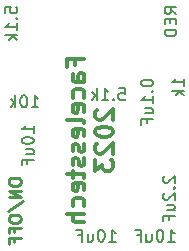
<source format=gbr>
%TF.GenerationSoftware,KiCad,Pcbnew,7.0.7*%
%TF.CreationDate,2023-09-27T10:33:14+01:00*%
%TF.ProjectId,tp4650+10a45,74703436-3530-42b3-9130-6134352e6b69,rev?*%
%TF.SameCoordinates,Original*%
%TF.FileFunction,Legend,Bot*%
%TF.FilePolarity,Positive*%
%FSLAX46Y46*%
G04 Gerber Fmt 4.6, Leading zero omitted, Abs format (unit mm)*
G04 Created by KiCad (PCBNEW 7.0.7) date 2023-09-27 10:33:14*
%MOMM*%
%LPD*%
G01*
G04 APERTURE LIST*
%ADD10C,0.300000*%
%ADD11C,0.250000*%
%ADD12C,0.150000*%
G04 APERTURE END LIST*
D10*
X136607114Y-80322743D02*
X136607114Y-79822743D01*
X137392828Y-79822743D02*
X135892828Y-79822743D01*
X135892828Y-79822743D02*
X135892828Y-80537029D01*
X137392828Y-81751315D02*
X136607114Y-81751315D01*
X136607114Y-81751315D02*
X136464257Y-81679886D01*
X136464257Y-81679886D02*
X136392828Y-81537029D01*
X136392828Y-81537029D02*
X136392828Y-81251315D01*
X136392828Y-81251315D02*
X136464257Y-81108457D01*
X137321400Y-81751315D02*
X137392828Y-81608457D01*
X137392828Y-81608457D02*
X137392828Y-81251315D01*
X137392828Y-81251315D02*
X137321400Y-81108457D01*
X137321400Y-81108457D02*
X137178542Y-81037029D01*
X137178542Y-81037029D02*
X137035685Y-81037029D01*
X137035685Y-81037029D02*
X136892828Y-81108457D01*
X136892828Y-81108457D02*
X136821400Y-81251315D01*
X136821400Y-81251315D02*
X136821400Y-81608457D01*
X136821400Y-81608457D02*
X136749971Y-81751315D01*
X137321400Y-83108458D02*
X137392828Y-82965600D01*
X137392828Y-82965600D02*
X137392828Y-82679886D01*
X137392828Y-82679886D02*
X137321400Y-82537029D01*
X137321400Y-82537029D02*
X137249971Y-82465600D01*
X137249971Y-82465600D02*
X137107114Y-82394172D01*
X137107114Y-82394172D02*
X136678542Y-82394172D01*
X136678542Y-82394172D02*
X136535685Y-82465600D01*
X136535685Y-82465600D02*
X136464257Y-82537029D01*
X136464257Y-82537029D02*
X136392828Y-82679886D01*
X136392828Y-82679886D02*
X136392828Y-82965600D01*
X136392828Y-82965600D02*
X136464257Y-83108458D01*
X137321400Y-84322743D02*
X137392828Y-84179886D01*
X137392828Y-84179886D02*
X137392828Y-83894172D01*
X137392828Y-83894172D02*
X137321400Y-83751314D01*
X137321400Y-83751314D02*
X137178542Y-83679886D01*
X137178542Y-83679886D02*
X136607114Y-83679886D01*
X136607114Y-83679886D02*
X136464257Y-83751314D01*
X136464257Y-83751314D02*
X136392828Y-83894172D01*
X136392828Y-83894172D02*
X136392828Y-84179886D01*
X136392828Y-84179886D02*
X136464257Y-84322743D01*
X136464257Y-84322743D02*
X136607114Y-84394172D01*
X136607114Y-84394172D02*
X136749971Y-84394172D01*
X136749971Y-84394172D02*
X136892828Y-83679886D01*
X137392828Y-85251314D02*
X137321400Y-85108457D01*
X137321400Y-85108457D02*
X137178542Y-85037028D01*
X137178542Y-85037028D02*
X135892828Y-85037028D01*
X137321400Y-86394171D02*
X137392828Y-86251314D01*
X137392828Y-86251314D02*
X137392828Y-85965600D01*
X137392828Y-85965600D02*
X137321400Y-85822742D01*
X137321400Y-85822742D02*
X137178542Y-85751314D01*
X137178542Y-85751314D02*
X136607114Y-85751314D01*
X136607114Y-85751314D02*
X136464257Y-85822742D01*
X136464257Y-85822742D02*
X136392828Y-85965600D01*
X136392828Y-85965600D02*
X136392828Y-86251314D01*
X136392828Y-86251314D02*
X136464257Y-86394171D01*
X136464257Y-86394171D02*
X136607114Y-86465600D01*
X136607114Y-86465600D02*
X136749971Y-86465600D01*
X136749971Y-86465600D02*
X136892828Y-85751314D01*
X137321400Y-87037028D02*
X137392828Y-87179885D01*
X137392828Y-87179885D02*
X137392828Y-87465599D01*
X137392828Y-87465599D02*
X137321400Y-87608456D01*
X137321400Y-87608456D02*
X137178542Y-87679885D01*
X137178542Y-87679885D02*
X137107114Y-87679885D01*
X137107114Y-87679885D02*
X136964257Y-87608456D01*
X136964257Y-87608456D02*
X136892828Y-87465599D01*
X136892828Y-87465599D02*
X136892828Y-87251314D01*
X136892828Y-87251314D02*
X136821400Y-87108456D01*
X136821400Y-87108456D02*
X136678542Y-87037028D01*
X136678542Y-87037028D02*
X136607114Y-87037028D01*
X136607114Y-87037028D02*
X136464257Y-87108456D01*
X136464257Y-87108456D02*
X136392828Y-87251314D01*
X136392828Y-87251314D02*
X136392828Y-87465599D01*
X136392828Y-87465599D02*
X136464257Y-87608456D01*
X137321400Y-88251314D02*
X137392828Y-88394171D01*
X137392828Y-88394171D02*
X137392828Y-88679885D01*
X137392828Y-88679885D02*
X137321400Y-88822742D01*
X137321400Y-88822742D02*
X137178542Y-88894171D01*
X137178542Y-88894171D02*
X137107114Y-88894171D01*
X137107114Y-88894171D02*
X136964257Y-88822742D01*
X136964257Y-88822742D02*
X136892828Y-88679885D01*
X136892828Y-88679885D02*
X136892828Y-88465600D01*
X136892828Y-88465600D02*
X136821400Y-88322742D01*
X136821400Y-88322742D02*
X136678542Y-88251314D01*
X136678542Y-88251314D02*
X136607114Y-88251314D01*
X136607114Y-88251314D02*
X136464257Y-88322742D01*
X136464257Y-88322742D02*
X136392828Y-88465600D01*
X136392828Y-88465600D02*
X136392828Y-88679885D01*
X136392828Y-88679885D02*
X136464257Y-88822742D01*
X136392828Y-89322743D02*
X136392828Y-89894171D01*
X135892828Y-89537028D02*
X137178542Y-89537028D01*
X137178542Y-89537028D02*
X137321400Y-89608457D01*
X137321400Y-89608457D02*
X137392828Y-89751314D01*
X137392828Y-89751314D02*
X137392828Y-89894171D01*
X137321400Y-90965600D02*
X137392828Y-90822743D01*
X137392828Y-90822743D02*
X137392828Y-90537029D01*
X137392828Y-90537029D02*
X137321400Y-90394171D01*
X137321400Y-90394171D02*
X137178542Y-90322743D01*
X137178542Y-90322743D02*
X136607114Y-90322743D01*
X136607114Y-90322743D02*
X136464257Y-90394171D01*
X136464257Y-90394171D02*
X136392828Y-90537029D01*
X136392828Y-90537029D02*
X136392828Y-90822743D01*
X136392828Y-90822743D02*
X136464257Y-90965600D01*
X136464257Y-90965600D02*
X136607114Y-91037029D01*
X136607114Y-91037029D02*
X136749971Y-91037029D01*
X136749971Y-91037029D02*
X136892828Y-90322743D01*
X137321400Y-92322743D02*
X137392828Y-92179885D01*
X137392828Y-92179885D02*
X137392828Y-91894171D01*
X137392828Y-91894171D02*
X137321400Y-91751314D01*
X137321400Y-91751314D02*
X137249971Y-91679885D01*
X137249971Y-91679885D02*
X137107114Y-91608457D01*
X137107114Y-91608457D02*
X136678542Y-91608457D01*
X136678542Y-91608457D02*
X136535685Y-91679885D01*
X136535685Y-91679885D02*
X136464257Y-91751314D01*
X136464257Y-91751314D02*
X136392828Y-91894171D01*
X136392828Y-91894171D02*
X136392828Y-92179885D01*
X136392828Y-92179885D02*
X136464257Y-92322743D01*
X137392828Y-92965599D02*
X135892828Y-92965599D01*
X137392828Y-93608457D02*
X136607114Y-93608457D01*
X136607114Y-93608457D02*
X136464257Y-93537028D01*
X136464257Y-93537028D02*
X136392828Y-93394171D01*
X136392828Y-93394171D02*
X136392828Y-93179885D01*
X136392828Y-93179885D02*
X136464257Y-93037028D01*
X136464257Y-93037028D02*
X136535685Y-92965599D01*
X138450685Y-84144172D02*
X138379257Y-84215600D01*
X138379257Y-84215600D02*
X138307828Y-84358458D01*
X138307828Y-84358458D02*
X138307828Y-84715600D01*
X138307828Y-84715600D02*
X138379257Y-84858458D01*
X138379257Y-84858458D02*
X138450685Y-84929886D01*
X138450685Y-84929886D02*
X138593542Y-85001315D01*
X138593542Y-85001315D02*
X138736400Y-85001315D01*
X138736400Y-85001315D02*
X138950685Y-84929886D01*
X138950685Y-84929886D02*
X139807828Y-84072743D01*
X139807828Y-84072743D02*
X139807828Y-85001315D01*
X138307828Y-85929886D02*
X138307828Y-86072743D01*
X138307828Y-86072743D02*
X138379257Y-86215600D01*
X138379257Y-86215600D02*
X138450685Y-86287029D01*
X138450685Y-86287029D02*
X138593542Y-86358457D01*
X138593542Y-86358457D02*
X138879257Y-86429886D01*
X138879257Y-86429886D02*
X139236400Y-86429886D01*
X139236400Y-86429886D02*
X139522114Y-86358457D01*
X139522114Y-86358457D02*
X139664971Y-86287029D01*
X139664971Y-86287029D02*
X139736400Y-86215600D01*
X139736400Y-86215600D02*
X139807828Y-86072743D01*
X139807828Y-86072743D02*
X139807828Y-85929886D01*
X139807828Y-85929886D02*
X139736400Y-85787029D01*
X139736400Y-85787029D02*
X139664971Y-85715600D01*
X139664971Y-85715600D02*
X139522114Y-85644171D01*
X139522114Y-85644171D02*
X139236400Y-85572743D01*
X139236400Y-85572743D02*
X138879257Y-85572743D01*
X138879257Y-85572743D02*
X138593542Y-85644171D01*
X138593542Y-85644171D02*
X138450685Y-85715600D01*
X138450685Y-85715600D02*
X138379257Y-85787029D01*
X138379257Y-85787029D02*
X138307828Y-85929886D01*
X138450685Y-87001314D02*
X138379257Y-87072742D01*
X138379257Y-87072742D02*
X138307828Y-87215600D01*
X138307828Y-87215600D02*
X138307828Y-87572742D01*
X138307828Y-87572742D02*
X138379257Y-87715600D01*
X138379257Y-87715600D02*
X138450685Y-87787028D01*
X138450685Y-87787028D02*
X138593542Y-87858457D01*
X138593542Y-87858457D02*
X138736400Y-87858457D01*
X138736400Y-87858457D02*
X138950685Y-87787028D01*
X138950685Y-87787028D02*
X139807828Y-86929885D01*
X139807828Y-86929885D02*
X139807828Y-87858457D01*
X138307828Y-88358456D02*
X138307828Y-89287028D01*
X138307828Y-89287028D02*
X138879257Y-88787028D01*
X138879257Y-88787028D02*
X138879257Y-89001313D01*
X138879257Y-89001313D02*
X138950685Y-89144171D01*
X138950685Y-89144171D02*
X139022114Y-89215599D01*
X139022114Y-89215599D02*
X139164971Y-89287028D01*
X139164971Y-89287028D02*
X139522114Y-89287028D01*
X139522114Y-89287028D02*
X139664971Y-89215599D01*
X139664971Y-89215599D02*
X139736400Y-89144171D01*
X139736400Y-89144171D02*
X139807828Y-89001313D01*
X139807828Y-89001313D02*
X139807828Y-88572742D01*
X139807828Y-88572742D02*
X139736400Y-88429885D01*
X139736400Y-88429885D02*
X139664971Y-88358456D01*
D11*
X130995419Y-90128044D02*
X130995419Y-90318520D01*
X130995419Y-90318520D02*
X131043038Y-90413758D01*
X131043038Y-90413758D02*
X131138276Y-90508996D01*
X131138276Y-90508996D02*
X131328752Y-90556615D01*
X131328752Y-90556615D02*
X131662085Y-90556615D01*
X131662085Y-90556615D02*
X131852561Y-90508996D01*
X131852561Y-90508996D02*
X131947800Y-90413758D01*
X131947800Y-90413758D02*
X131995419Y-90318520D01*
X131995419Y-90318520D02*
X131995419Y-90128044D01*
X131995419Y-90128044D02*
X131947800Y-90032806D01*
X131947800Y-90032806D02*
X131852561Y-89937568D01*
X131852561Y-89937568D02*
X131662085Y-89889949D01*
X131662085Y-89889949D02*
X131328752Y-89889949D01*
X131328752Y-89889949D02*
X131138276Y-89937568D01*
X131138276Y-89937568D02*
X131043038Y-90032806D01*
X131043038Y-90032806D02*
X130995419Y-90128044D01*
X131995419Y-90985187D02*
X130995419Y-90985187D01*
X130995419Y-90985187D02*
X131995419Y-91556615D01*
X131995419Y-91556615D02*
X130995419Y-91556615D01*
X130947800Y-92747091D02*
X132233514Y-91889949D01*
X130995419Y-93270901D02*
X130995419Y-93461377D01*
X130995419Y-93461377D02*
X131043038Y-93556615D01*
X131043038Y-93556615D02*
X131138276Y-93651853D01*
X131138276Y-93651853D02*
X131328752Y-93699472D01*
X131328752Y-93699472D02*
X131662085Y-93699472D01*
X131662085Y-93699472D02*
X131852561Y-93651853D01*
X131852561Y-93651853D02*
X131947800Y-93556615D01*
X131947800Y-93556615D02*
X131995419Y-93461377D01*
X131995419Y-93461377D02*
X131995419Y-93270901D01*
X131995419Y-93270901D02*
X131947800Y-93175663D01*
X131947800Y-93175663D02*
X131852561Y-93080425D01*
X131852561Y-93080425D02*
X131662085Y-93032806D01*
X131662085Y-93032806D02*
X131328752Y-93032806D01*
X131328752Y-93032806D02*
X131138276Y-93080425D01*
X131138276Y-93080425D02*
X131043038Y-93175663D01*
X131043038Y-93175663D02*
X130995419Y-93270901D01*
X131471609Y-94461377D02*
X131471609Y-94128044D01*
X131995419Y-94128044D02*
X130995419Y-94128044D01*
X130995419Y-94128044D02*
X130995419Y-94604234D01*
X131471609Y-95318520D02*
X131471609Y-94985187D01*
X131995419Y-94985187D02*
X130995419Y-94985187D01*
X130995419Y-94985187D02*
X130995419Y-95461377D01*
D12*
X144152257Y-89762248D02*
X144104638Y-89809867D01*
X144104638Y-89809867D02*
X144057019Y-89905105D01*
X144057019Y-89905105D02*
X144057019Y-90143200D01*
X144057019Y-90143200D02*
X144104638Y-90238438D01*
X144104638Y-90238438D02*
X144152257Y-90286057D01*
X144152257Y-90286057D02*
X144247495Y-90333676D01*
X144247495Y-90333676D02*
X144342733Y-90333676D01*
X144342733Y-90333676D02*
X144485590Y-90286057D01*
X144485590Y-90286057D02*
X145057019Y-89714629D01*
X145057019Y-89714629D02*
X145057019Y-90333676D01*
X144961780Y-90762248D02*
X145009400Y-90809867D01*
X145009400Y-90809867D02*
X145057019Y-90762248D01*
X145057019Y-90762248D02*
X145009400Y-90714629D01*
X145009400Y-90714629D02*
X144961780Y-90762248D01*
X144961780Y-90762248D02*
X145057019Y-90762248D01*
X144152257Y-91190819D02*
X144104638Y-91238438D01*
X144104638Y-91238438D02*
X144057019Y-91333676D01*
X144057019Y-91333676D02*
X144057019Y-91571771D01*
X144057019Y-91571771D02*
X144104638Y-91667009D01*
X144104638Y-91667009D02*
X144152257Y-91714628D01*
X144152257Y-91714628D02*
X144247495Y-91762247D01*
X144247495Y-91762247D02*
X144342733Y-91762247D01*
X144342733Y-91762247D02*
X144485590Y-91714628D01*
X144485590Y-91714628D02*
X145057019Y-91143200D01*
X145057019Y-91143200D02*
X145057019Y-91762247D01*
X144390352Y-92619390D02*
X145057019Y-92619390D01*
X144390352Y-92190819D02*
X144914161Y-92190819D01*
X144914161Y-92190819D02*
X145009400Y-92238438D01*
X145009400Y-92238438D02*
X145057019Y-92333676D01*
X145057019Y-92333676D02*
X145057019Y-92476533D01*
X145057019Y-92476533D02*
X145009400Y-92571771D01*
X145009400Y-92571771D02*
X144961780Y-92619390D01*
X144533209Y-93428914D02*
X144533209Y-93095581D01*
X145057019Y-93095581D02*
X144057019Y-93095581D01*
X144057019Y-93095581D02*
X144057019Y-93571771D01*
X145184819Y-76006942D02*
X144708628Y-75673609D01*
X145184819Y-75435514D02*
X144184819Y-75435514D01*
X144184819Y-75435514D02*
X144184819Y-75816466D01*
X144184819Y-75816466D02*
X144232438Y-75911704D01*
X144232438Y-75911704D02*
X144280057Y-75959323D01*
X144280057Y-75959323D02*
X144375295Y-76006942D01*
X144375295Y-76006942D02*
X144518152Y-76006942D01*
X144518152Y-76006942D02*
X144613390Y-75959323D01*
X144613390Y-75959323D02*
X144661009Y-75911704D01*
X144661009Y-75911704D02*
X144708628Y-75816466D01*
X144708628Y-75816466D02*
X144708628Y-75435514D01*
X144661009Y-76435514D02*
X144661009Y-76768847D01*
X145184819Y-76911704D02*
X145184819Y-76435514D01*
X145184819Y-76435514D02*
X144184819Y-76435514D01*
X144184819Y-76435514D02*
X144184819Y-76911704D01*
X145184819Y-77340276D02*
X144184819Y-77340276D01*
X144184819Y-77340276D02*
X144184819Y-77578371D01*
X144184819Y-77578371D02*
X144232438Y-77721228D01*
X144232438Y-77721228D02*
X144327676Y-77816466D01*
X144327676Y-77816466D02*
X144422914Y-77864085D01*
X144422914Y-77864085D02*
X144613390Y-77911704D01*
X144613390Y-77911704D02*
X144756247Y-77911704D01*
X144756247Y-77911704D02*
X144946723Y-77864085D01*
X144946723Y-77864085D02*
X145041961Y-77816466D01*
X145041961Y-77816466D02*
X145137200Y-77721228D01*
X145137200Y-77721228D02*
X145184819Y-77578371D01*
X145184819Y-77578371D02*
X145184819Y-77340276D01*
X130702019Y-75916747D02*
X130702019Y-75440557D01*
X130702019Y-75440557D02*
X131178209Y-75392938D01*
X131178209Y-75392938D02*
X131130590Y-75440557D01*
X131130590Y-75440557D02*
X131082971Y-75535795D01*
X131082971Y-75535795D02*
X131082971Y-75773890D01*
X131082971Y-75773890D02*
X131130590Y-75869128D01*
X131130590Y-75869128D02*
X131178209Y-75916747D01*
X131178209Y-75916747D02*
X131273447Y-75964366D01*
X131273447Y-75964366D02*
X131511542Y-75964366D01*
X131511542Y-75964366D02*
X131606780Y-75916747D01*
X131606780Y-75916747D02*
X131654400Y-75869128D01*
X131654400Y-75869128D02*
X131702019Y-75773890D01*
X131702019Y-75773890D02*
X131702019Y-75535795D01*
X131702019Y-75535795D02*
X131654400Y-75440557D01*
X131654400Y-75440557D02*
X131606780Y-75392938D01*
X131606780Y-76392938D02*
X131654400Y-76440557D01*
X131654400Y-76440557D02*
X131702019Y-76392938D01*
X131702019Y-76392938D02*
X131654400Y-76345319D01*
X131654400Y-76345319D02*
X131606780Y-76392938D01*
X131606780Y-76392938D02*
X131702019Y-76392938D01*
X131702019Y-77392937D02*
X131702019Y-76821509D01*
X131702019Y-77107223D02*
X130702019Y-77107223D01*
X130702019Y-77107223D02*
X130844876Y-77011985D01*
X130844876Y-77011985D02*
X130940114Y-76916747D01*
X130940114Y-76916747D02*
X130987733Y-76821509D01*
X131702019Y-77821509D02*
X130702019Y-77821509D01*
X131321066Y-77916747D02*
X131702019Y-78202461D01*
X131035352Y-78202461D02*
X131416304Y-77821509D01*
X142202819Y-81821543D02*
X142202819Y-81916781D01*
X142202819Y-81916781D02*
X142250438Y-82012019D01*
X142250438Y-82012019D02*
X142298057Y-82059638D01*
X142298057Y-82059638D02*
X142393295Y-82107257D01*
X142393295Y-82107257D02*
X142583771Y-82154876D01*
X142583771Y-82154876D02*
X142821866Y-82154876D01*
X142821866Y-82154876D02*
X143012342Y-82107257D01*
X143012342Y-82107257D02*
X143107580Y-82059638D01*
X143107580Y-82059638D02*
X143155200Y-82012019D01*
X143155200Y-82012019D02*
X143202819Y-81916781D01*
X143202819Y-81916781D02*
X143202819Y-81821543D01*
X143202819Y-81821543D02*
X143155200Y-81726305D01*
X143155200Y-81726305D02*
X143107580Y-81678686D01*
X143107580Y-81678686D02*
X143012342Y-81631067D01*
X143012342Y-81631067D02*
X142821866Y-81583448D01*
X142821866Y-81583448D02*
X142583771Y-81583448D01*
X142583771Y-81583448D02*
X142393295Y-81631067D01*
X142393295Y-81631067D02*
X142298057Y-81678686D01*
X142298057Y-81678686D02*
X142250438Y-81726305D01*
X142250438Y-81726305D02*
X142202819Y-81821543D01*
X143107580Y-82583448D02*
X143155200Y-82631067D01*
X143155200Y-82631067D02*
X143202819Y-82583448D01*
X143202819Y-82583448D02*
X143155200Y-82535829D01*
X143155200Y-82535829D02*
X143107580Y-82583448D01*
X143107580Y-82583448D02*
X143202819Y-82583448D01*
X143202819Y-83583447D02*
X143202819Y-83012019D01*
X143202819Y-83297733D02*
X142202819Y-83297733D01*
X142202819Y-83297733D02*
X142345676Y-83202495D01*
X142345676Y-83202495D02*
X142440914Y-83107257D01*
X142440914Y-83107257D02*
X142488533Y-83012019D01*
X142536152Y-84440590D02*
X143202819Y-84440590D01*
X142536152Y-84012019D02*
X143059961Y-84012019D01*
X143059961Y-84012019D02*
X143155200Y-84059638D01*
X143155200Y-84059638D02*
X143202819Y-84154876D01*
X143202819Y-84154876D02*
X143202819Y-84297733D01*
X143202819Y-84297733D02*
X143155200Y-84392971D01*
X143155200Y-84392971D02*
X143107580Y-84440590D01*
X142679009Y-85250114D02*
X142679009Y-84916781D01*
X143202819Y-84916781D02*
X142202819Y-84916781D01*
X142202819Y-84916781D02*
X142202819Y-85392971D01*
X133092019Y-86084471D02*
X133092019Y-85513043D01*
X133092019Y-85798757D02*
X132092019Y-85798757D01*
X132092019Y-85798757D02*
X132234876Y-85703519D01*
X132234876Y-85703519D02*
X132330114Y-85608281D01*
X132330114Y-85608281D02*
X132377733Y-85513043D01*
X132092019Y-86703519D02*
X132092019Y-86798757D01*
X132092019Y-86798757D02*
X132139638Y-86893995D01*
X132139638Y-86893995D02*
X132187257Y-86941614D01*
X132187257Y-86941614D02*
X132282495Y-86989233D01*
X132282495Y-86989233D02*
X132472971Y-87036852D01*
X132472971Y-87036852D02*
X132711066Y-87036852D01*
X132711066Y-87036852D02*
X132901542Y-86989233D01*
X132901542Y-86989233D02*
X132996780Y-86941614D01*
X132996780Y-86941614D02*
X133044400Y-86893995D01*
X133044400Y-86893995D02*
X133092019Y-86798757D01*
X133092019Y-86798757D02*
X133092019Y-86703519D01*
X133092019Y-86703519D02*
X133044400Y-86608281D01*
X133044400Y-86608281D02*
X132996780Y-86560662D01*
X132996780Y-86560662D02*
X132901542Y-86513043D01*
X132901542Y-86513043D02*
X132711066Y-86465424D01*
X132711066Y-86465424D02*
X132472971Y-86465424D01*
X132472971Y-86465424D02*
X132282495Y-86513043D01*
X132282495Y-86513043D02*
X132187257Y-86560662D01*
X132187257Y-86560662D02*
X132139638Y-86608281D01*
X132139638Y-86608281D02*
X132092019Y-86703519D01*
X132425352Y-87893995D02*
X133092019Y-87893995D01*
X132425352Y-87465424D02*
X132949161Y-87465424D01*
X132949161Y-87465424D02*
X133044400Y-87513043D01*
X133044400Y-87513043D02*
X133092019Y-87608281D01*
X133092019Y-87608281D02*
X133092019Y-87751138D01*
X133092019Y-87751138D02*
X133044400Y-87846376D01*
X133044400Y-87846376D02*
X132996780Y-87893995D01*
X132568209Y-88703519D02*
X132568209Y-88370186D01*
X133092019Y-88370186D02*
X132092019Y-88370186D01*
X132092019Y-88370186D02*
X132092019Y-88846376D01*
X139477128Y-95298419D02*
X140048556Y-95298419D01*
X139762842Y-95298419D02*
X139762842Y-94298419D01*
X139762842Y-94298419D02*
X139858080Y-94441276D01*
X139858080Y-94441276D02*
X139953318Y-94536514D01*
X139953318Y-94536514D02*
X140048556Y-94584133D01*
X138858080Y-94298419D02*
X138762842Y-94298419D01*
X138762842Y-94298419D02*
X138667604Y-94346038D01*
X138667604Y-94346038D02*
X138619985Y-94393657D01*
X138619985Y-94393657D02*
X138572366Y-94488895D01*
X138572366Y-94488895D02*
X138524747Y-94679371D01*
X138524747Y-94679371D02*
X138524747Y-94917466D01*
X138524747Y-94917466D02*
X138572366Y-95107942D01*
X138572366Y-95107942D02*
X138619985Y-95203180D01*
X138619985Y-95203180D02*
X138667604Y-95250800D01*
X138667604Y-95250800D02*
X138762842Y-95298419D01*
X138762842Y-95298419D02*
X138858080Y-95298419D01*
X138858080Y-95298419D02*
X138953318Y-95250800D01*
X138953318Y-95250800D02*
X139000937Y-95203180D01*
X139000937Y-95203180D02*
X139048556Y-95107942D01*
X139048556Y-95107942D02*
X139096175Y-94917466D01*
X139096175Y-94917466D02*
X139096175Y-94679371D01*
X139096175Y-94679371D02*
X139048556Y-94488895D01*
X139048556Y-94488895D02*
X139000937Y-94393657D01*
X139000937Y-94393657D02*
X138953318Y-94346038D01*
X138953318Y-94346038D02*
X138858080Y-94298419D01*
X137667604Y-94631752D02*
X137667604Y-95298419D01*
X138096175Y-94631752D02*
X138096175Y-95155561D01*
X138096175Y-95155561D02*
X138048556Y-95250800D01*
X138048556Y-95250800D02*
X137953318Y-95298419D01*
X137953318Y-95298419D02*
X137810461Y-95298419D01*
X137810461Y-95298419D02*
X137715223Y-95250800D01*
X137715223Y-95250800D02*
X137667604Y-95203180D01*
X136858080Y-94774609D02*
X137191413Y-94774609D01*
X137191413Y-95298419D02*
X137191413Y-94298419D01*
X137191413Y-94298419D02*
X136715223Y-94298419D01*
X145793619Y-82091652D02*
X145793619Y-81520224D01*
X145793619Y-81805938D02*
X144793619Y-81805938D01*
X144793619Y-81805938D02*
X144936476Y-81710700D01*
X144936476Y-81710700D02*
X145031714Y-81615462D01*
X145031714Y-81615462D02*
X145079333Y-81520224D01*
X145793619Y-82520224D02*
X144793619Y-82520224D01*
X145412666Y-82615462D02*
X145793619Y-82901176D01*
X145126952Y-82901176D02*
X145507904Y-82520224D01*
X144456628Y-95298419D02*
X145028056Y-95298419D01*
X144742342Y-95298419D02*
X144742342Y-94298419D01*
X144742342Y-94298419D02*
X144837580Y-94441276D01*
X144837580Y-94441276D02*
X144932818Y-94536514D01*
X144932818Y-94536514D02*
X145028056Y-94584133D01*
X143837580Y-94298419D02*
X143742342Y-94298419D01*
X143742342Y-94298419D02*
X143647104Y-94346038D01*
X143647104Y-94346038D02*
X143599485Y-94393657D01*
X143599485Y-94393657D02*
X143551866Y-94488895D01*
X143551866Y-94488895D02*
X143504247Y-94679371D01*
X143504247Y-94679371D02*
X143504247Y-94917466D01*
X143504247Y-94917466D02*
X143551866Y-95107942D01*
X143551866Y-95107942D02*
X143599485Y-95203180D01*
X143599485Y-95203180D02*
X143647104Y-95250800D01*
X143647104Y-95250800D02*
X143742342Y-95298419D01*
X143742342Y-95298419D02*
X143837580Y-95298419D01*
X143837580Y-95298419D02*
X143932818Y-95250800D01*
X143932818Y-95250800D02*
X143980437Y-95203180D01*
X143980437Y-95203180D02*
X144028056Y-95107942D01*
X144028056Y-95107942D02*
X144075675Y-94917466D01*
X144075675Y-94917466D02*
X144075675Y-94679371D01*
X144075675Y-94679371D02*
X144028056Y-94488895D01*
X144028056Y-94488895D02*
X143980437Y-94393657D01*
X143980437Y-94393657D02*
X143932818Y-94346038D01*
X143932818Y-94346038D02*
X143837580Y-94298419D01*
X142647104Y-94631752D02*
X142647104Y-95298419D01*
X143075675Y-94631752D02*
X143075675Y-95155561D01*
X143075675Y-95155561D02*
X143028056Y-95250800D01*
X143028056Y-95250800D02*
X142932818Y-95298419D01*
X142932818Y-95298419D02*
X142789961Y-95298419D01*
X142789961Y-95298419D02*
X142694723Y-95250800D01*
X142694723Y-95250800D02*
X142647104Y-95203180D01*
X141837580Y-94774609D02*
X142170913Y-94774609D01*
X142170913Y-95298419D02*
X142170913Y-94298419D01*
X142170913Y-94298419D02*
X141694723Y-94298419D01*
X140325352Y-82329619D02*
X140801542Y-82329619D01*
X140801542Y-82329619D02*
X140849161Y-82805809D01*
X140849161Y-82805809D02*
X140801542Y-82758190D01*
X140801542Y-82758190D02*
X140706304Y-82710571D01*
X140706304Y-82710571D02*
X140468209Y-82710571D01*
X140468209Y-82710571D02*
X140372971Y-82758190D01*
X140372971Y-82758190D02*
X140325352Y-82805809D01*
X140325352Y-82805809D02*
X140277733Y-82901047D01*
X140277733Y-82901047D02*
X140277733Y-83139142D01*
X140277733Y-83139142D02*
X140325352Y-83234380D01*
X140325352Y-83234380D02*
X140372971Y-83282000D01*
X140372971Y-83282000D02*
X140468209Y-83329619D01*
X140468209Y-83329619D02*
X140706304Y-83329619D01*
X140706304Y-83329619D02*
X140801542Y-83282000D01*
X140801542Y-83282000D02*
X140849161Y-83234380D01*
X139849161Y-83234380D02*
X139801542Y-83282000D01*
X139801542Y-83282000D02*
X139849161Y-83329619D01*
X139849161Y-83329619D02*
X139896780Y-83282000D01*
X139896780Y-83282000D02*
X139849161Y-83234380D01*
X139849161Y-83234380D02*
X139849161Y-83329619D01*
X138849162Y-83329619D02*
X139420590Y-83329619D01*
X139134876Y-83329619D02*
X139134876Y-82329619D01*
X139134876Y-82329619D02*
X139230114Y-82472476D01*
X139230114Y-82472476D02*
X139325352Y-82567714D01*
X139325352Y-82567714D02*
X139420590Y-82615333D01*
X138420590Y-83329619D02*
X138420590Y-82329619D01*
X138325352Y-82948666D02*
X138039638Y-83329619D01*
X138039638Y-82662952D02*
X138420590Y-83043904D01*
X132929238Y-83919219D02*
X133500666Y-83919219D01*
X133214952Y-83919219D02*
X133214952Y-82919219D01*
X133214952Y-82919219D02*
X133310190Y-83062076D01*
X133310190Y-83062076D02*
X133405428Y-83157314D01*
X133405428Y-83157314D02*
X133500666Y-83204933D01*
X132310190Y-82919219D02*
X132214952Y-82919219D01*
X132214952Y-82919219D02*
X132119714Y-82966838D01*
X132119714Y-82966838D02*
X132072095Y-83014457D01*
X132072095Y-83014457D02*
X132024476Y-83109695D01*
X132024476Y-83109695D02*
X131976857Y-83300171D01*
X131976857Y-83300171D02*
X131976857Y-83538266D01*
X131976857Y-83538266D02*
X132024476Y-83728742D01*
X132024476Y-83728742D02*
X132072095Y-83823980D01*
X132072095Y-83823980D02*
X132119714Y-83871600D01*
X132119714Y-83871600D02*
X132214952Y-83919219D01*
X132214952Y-83919219D02*
X132310190Y-83919219D01*
X132310190Y-83919219D02*
X132405428Y-83871600D01*
X132405428Y-83871600D02*
X132453047Y-83823980D01*
X132453047Y-83823980D02*
X132500666Y-83728742D01*
X132500666Y-83728742D02*
X132548285Y-83538266D01*
X132548285Y-83538266D02*
X132548285Y-83300171D01*
X132548285Y-83300171D02*
X132500666Y-83109695D01*
X132500666Y-83109695D02*
X132453047Y-83014457D01*
X132453047Y-83014457D02*
X132405428Y-82966838D01*
X132405428Y-82966838D02*
X132310190Y-82919219D01*
X131548285Y-83919219D02*
X131548285Y-82919219D01*
X131453047Y-83538266D02*
X131167333Y-83919219D01*
X131167333Y-83252552D02*
X131548285Y-83633504D01*
M02*

</source>
